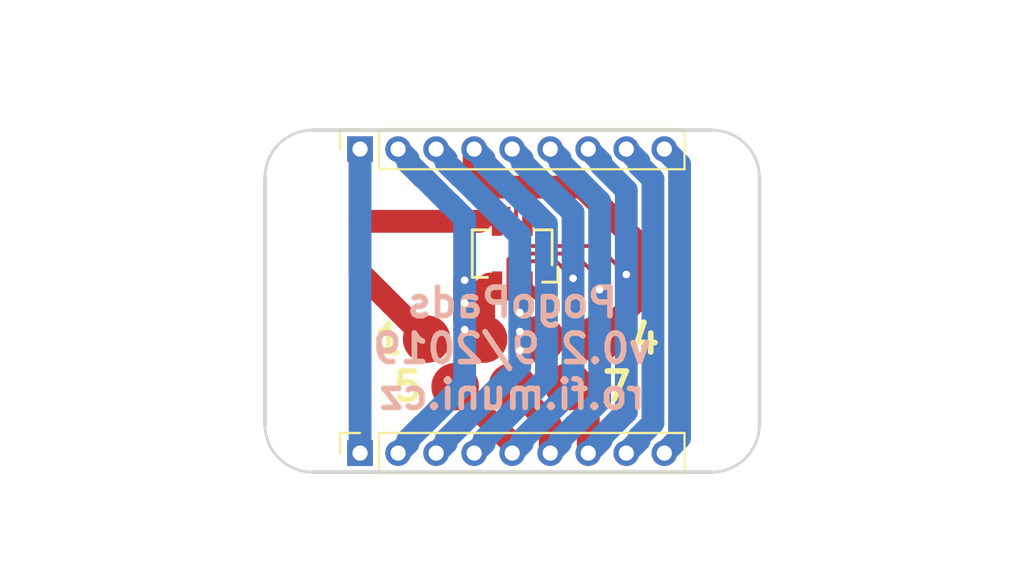
<source format=kicad_pcb>
(kicad_pcb (version 20171130) (host pcbnew 5.1.9-73d0e3b20d~88~ubuntu20.04.1)

  (general
    (thickness 1.6)
    (drawings 21)
    (tracks 157)
    (zones 0)
    (modules 6)
    (nets 11)
  )

  (page A4)
  (layers
    (0 F.Cu signal)
    (31 B.Cu signal)
    (32 B.Adhes user)
    (33 F.Adhes user)
    (34 B.Paste user)
    (35 F.Paste user)
    (36 B.SilkS user)
    (37 F.SilkS user)
    (38 B.Mask user)
    (39 F.Mask user)
    (40 Dwgs.User user)
    (41 Cmts.User user)
    (42 Eco1.User user)
    (43 Eco2.User user)
    (44 Edge.Cuts user)
    (45 Margin user)
    (46 B.CrtYd user)
    (47 F.CrtYd user)
    (48 B.Fab user)
    (49 F.Fab user)
  )

  (setup
    (last_trace_width 0.25)
    (user_trace_width 0.2)
    (user_trace_width 0.5)
    (user_trace_width 1)
    (user_trace_width 1.2)
    (trace_clearance 0.2)
    (zone_clearance 0.508)
    (zone_45_only no)
    (trace_min 0.2)
    (via_size 0.8)
    (via_drill 0.4)
    (via_min_size 0.4)
    (via_min_drill 0.3)
    (user_via 0.6 0.3)
    (user_via 0.8 0.5)
    (uvia_size 0.3)
    (uvia_drill 0.1)
    (uvias_allowed no)
    (uvia_min_size 0.2)
    (uvia_min_drill 0.1)
    (edge_width 0.15)
    (segment_width 0.2)
    (pcb_text_width 0.3)
    (pcb_text_size 1.5 1.5)
    (mod_edge_width 0.15)
    (mod_text_size 1 1)
    (mod_text_width 0.15)
    (pad_size 1.524 1.524)
    (pad_drill 0.762)
    (pad_to_mask_clearance 0.051)
    (solder_mask_min_width 0.25)
    (aux_axis_origin 0 0)
    (visible_elements FFFFFF7F)
    (pcbplotparams
      (layerselection 0x010fc_ffffffff)
      (usegerberextensions false)
      (usegerberattributes false)
      (usegerberadvancedattributes false)
      (creategerberjobfile false)
      (excludeedgelayer true)
      (linewidth 0.100000)
      (plotframeref false)
      (viasonmask false)
      (mode 1)
      (useauxorigin false)
      (hpglpennumber 1)
      (hpglpenspeed 20)
      (hpglpendiameter 15.000000)
      (psnegative false)
      (psa4output false)
      (plotreference true)
      (plotvalue true)
      (plotinvisibletext false)
      (padsonsilk false)
      (subtractmaskfromsilk false)
      (outputformat 1)
      (mirror false)
      (drillshape 1)
      (scaleselection 1)
      (outputdirectory ""))
  )

  (net 0 "")
  (net 1 1)
  (net 2 2)
  (net 3 3)
  (net 4 4)
  (net 5 5)
  (net 6 6)
  (net 7 7)
  (net 8 8)
  (net 9 9)
  (net 10 "Net-(J4-Pad6)")

  (net_class Default "This is the default net class."
    (clearance 0.2)
    (trace_width 0.25)
    (via_dia 0.8)
    (via_drill 0.4)
    (uvia_dia 0.3)
    (uvia_drill 0.1)
    (add_net 1)
    (add_net 2)
    (add_net 3)
    (add_net 4)
    (add_net 5)
    (add_net 6)
    (add_net 7)
    (add_net 8)
    (add_net 9)
    (add_net "Net-(J4-Pad6)")
  )

  (module rofi:molex-505004-0812 (layer F.Cu) (tedit 5FEB03D2) (tstamp 5D6FC0A4)
    (at 118.5 65.5 180)
    (path /5D6FDCDA)
    (fp_text reference J4 (at 0 3.3 180) (layer F.SilkS) hide
      (effects (font (size 1 1) (thickness 0.15)))
    )
    (fp_text value Molex (at 0 -3.2 180) (layer F.Fab)
      (effects (font (size 1 1) (thickness 0.15)))
    )
    (fp_line (start -2.1 1.25) (end -1.2 1.25) (layer F.SilkS) (width 0.15))
    (fp_line (start -2.1 -1.25) (end 2.1 -1.25) (layer F.Fab) (width 0.12))
    (fp_line (start 2.1 -1.25) (end 2.1 1.25) (layer F.Fab) (width 0.12))
    (fp_line (start 2.1 1.25) (end -2.1 1.25) (layer F.Fab) (width 0.12))
    (fp_line (start -2.1 1.25) (end -2.1 -1.25) (layer F.Fab) (width 0.12))
    (fp_poly (pts (xy -1.2 -0.9) (xy 1.2 -0.9) (xy 1.2 0.9) (xy -1.2 0.9)) (layer Dwgs.User) (width 0.1))
    (fp_line (start -1.6 -1.5) (end -2.4 -1.5) (layer F.SilkS) (width 0.15))
    (fp_line (start -2.4 -1.5) (end -2.4 -0.7) (layer F.SilkS) (width 0.15))
    (fp_line (start -2.1 -0.6) (end -2.1 1.25) (layer F.SilkS) (width 0.15))
    (fp_line (start 1.2 1.25) (end 2.1 1.25) (layer F.SilkS) (width 0.15))
    (fp_line (start 2.1 1.25) (end 2.1 -1.25) (layer F.SilkS) (width 0.15))
    (fp_line (start 2.1 -1.25) (end 1.3 -1.25) (layer F.SilkS) (width 0.15))
    (pad 8 smd rect (at 0.8 1.7 180) (size 0.55 1.524) (layers F.Cu F.Paste F.Mask)
      (net 1 1))
    (pad 6 smd rect (at 0.2 1.7 180) (size 0.2 1.524) (layers F.Cu F.Paste F.Mask)
      (net 10 "Net-(J4-Pad6)"))
    (pad 4 smd rect (at -0.2 1.7 180) (size 0.2 1.524) (layers F.Cu F.Paste F.Mask)
      (net 7 7))
    (pad 2 smd rect (at -0.8 1.7 180) (size 0.55 1.524) (layers F.Cu F.Paste F.Mask)
      (net 4 4))
    (pad 5 smd rect (at 0.2 -1.7 180) (size 0.2 1.524) (layers F.Cu F.Paste F.Mask)
      (net 6 6))
    (pad 7 smd rect (at 0.8 -1.7 180) (size 0.55 1.524) (layers F.Cu F.Paste F.Mask)
      (net 2 2))
    (pad 1 smd rect (at -0.8 -1.7 180) (size 0.55 1.524) (layers F.Cu F.Paste F.Mask)
      (net 3 3))
    (pad 3 smd rect (at -0.2 -1.7 180) (size 0.2 1.524) (layers F.Cu F.Paste F.Mask)
      (net 5 5))
  )

  (module Connector_PinSocket_2.00mm:PinSocket_1x09_P2.00mm_Vertical (layer F.Cu) (tedit 5C8A47CA) (tstamp 5C9AEE22)
    (at 110.5 60 90)
    (descr "Through hole straight socket strip, 1x09, 2.00mm pitch, single row (from Kicad 4.0.7), script generated")
    (tags "Through hole socket strip THT 1x09 2.00mm single row")
    (path /5C8A47A6)
    (fp_text reference J2 (at 0 -2.5 90) (layer F.SilkS) hide
      (effects (font (size 1 1) (thickness 0.15)))
    )
    (fp_text value OUT (at 0 18.5 90) (layer F.Fab)
      (effects (font (size 1 1) (thickness 0.15)))
    )
    (fp_line (start -1 -1) (end 0.5 -1) (layer F.Fab) (width 0.1))
    (fp_line (start 0.5 -1) (end 1 -0.5) (layer F.Fab) (width 0.1))
    (fp_line (start 1 -0.5) (end 1 17) (layer F.Fab) (width 0.1))
    (fp_line (start 1 17) (end -1 17) (layer F.Fab) (width 0.1))
    (fp_line (start -1 17) (end -1 -1) (layer F.Fab) (width 0.1))
    (fp_line (start -1.06 1) (end 1.06 1) (layer F.SilkS) (width 0.12))
    (fp_line (start -1.06 1) (end -1.06 17.06) (layer F.SilkS) (width 0.12))
    (fp_line (start -1.06 17.06) (end 1.06 17.06) (layer F.SilkS) (width 0.12))
    (fp_line (start 1.06 1) (end 1.06 17.06) (layer F.SilkS) (width 0.12))
    (fp_line (start 1.06 -1.06) (end 1.06 0) (layer F.SilkS) (width 0.12))
    (fp_line (start 0 -1.06) (end 1.06 -1.06) (layer F.SilkS) (width 0.12))
    (fp_line (start -1.5 -1.5) (end 1.5 -1.5) (layer F.CrtYd) (width 0.05))
    (fp_line (start 1.5 -1.5) (end 1.5 17.5) (layer F.CrtYd) (width 0.05))
    (fp_line (start 1.5 17.5) (end -1.5 17.5) (layer F.CrtYd) (width 0.05))
    (fp_line (start -1.5 17.5) (end -1.5 -1.5) (layer F.CrtYd) (width 0.05))
    (fp_text user %R (at 0 8 180) (layer F.Fab)
      (effects (font (size 1 1) (thickness 0.15)))
    )
    (pad 9 thru_hole oval (at 0 16 90) (size 1.35 1.35) (drill 0.8) (layers *.Cu *.Mask)
      (net 9 9))
    (pad 8 thru_hole oval (at 0 14 90) (size 1.35 1.35) (drill 0.8) (layers *.Cu *.Mask)
      (net 8 8))
    (pad 7 thru_hole oval (at 0 12 90) (size 1.35 1.35) (drill 0.8) (layers *.Cu *.Mask)
      (net 7 7))
    (pad 6 thru_hole oval (at 0 10 90) (size 1.35 1.35) (drill 0.8) (layers *.Cu *.Mask)
      (net 6 6))
    (pad 5 thru_hole oval (at 0 8 90) (size 1.35 1.35) (drill 0.8) (layers *.Cu *.Mask)
      (net 5 5))
    (pad 4 thru_hole oval (at 0 6 90) (size 1.35 1.35) (drill 0.8) (layers *.Cu *.Mask)
      (net 4 4))
    (pad 3 thru_hole oval (at 0 4 90) (size 1.35 1.35) (drill 0.8) (layers *.Cu *.Mask)
      (net 3 3))
    (pad 2 thru_hole oval (at 0 2 90) (size 1.35 1.35) (drill 0.8) (layers *.Cu *.Mask)
      (net 2 2))
    (pad 1 thru_hole rect (at 0 0 90) (size 1.35 1.35) (drill 0.8) (layers *.Cu *.Mask)
      (net 1 1))
    (model ${KISYS3DMOD}/Connector_PinSocket_2.00mm.3dshapes/PinSocket_1x09_P2.00mm_Vertical.wrl
      (at (xyz 0 0 0))
      (scale (xyz 1 1 1))
      (rotate (xyz 0 0 0))
    )
  )

  (module Connector_PinSocket_2.00mm:PinSocket_1x09_P2.00mm_Vertical (layer F.Cu) (tedit 5C8A47CE) (tstamp 5C9AEE06)
    (at 110.5 76 90)
    (descr "Through hole straight socket strip, 1x09, 2.00mm pitch, single row (from Kicad 4.0.7), script generated")
    (tags "Through hole socket strip THT 1x09 2.00mm single row")
    (path /5C8A482C)
    (fp_text reference J1 (at 0 -2.5 90) (layer F.SilkS) hide
      (effects (font (size 1 1) (thickness 0.15)))
    )
    (fp_text value IN (at 0 18.5 90) (layer F.Fab)
      (effects (font (size 1 1) (thickness 0.15)))
    )
    (fp_line (start -1.5 17.5) (end -1.5 -1.5) (layer F.CrtYd) (width 0.05))
    (fp_line (start 1.5 17.5) (end -1.5 17.5) (layer F.CrtYd) (width 0.05))
    (fp_line (start 1.5 -1.5) (end 1.5 17.5) (layer F.CrtYd) (width 0.05))
    (fp_line (start -1.5 -1.5) (end 1.5 -1.5) (layer F.CrtYd) (width 0.05))
    (fp_line (start 0 -1.06) (end 1.06 -1.06) (layer F.SilkS) (width 0.12))
    (fp_line (start 1.06 -1.06) (end 1.06 0) (layer F.SilkS) (width 0.12))
    (fp_line (start 1.06 1) (end 1.06 17.06) (layer F.SilkS) (width 0.12))
    (fp_line (start -1.06 17.06) (end 1.06 17.06) (layer F.SilkS) (width 0.12))
    (fp_line (start -1.06 1) (end -1.06 17.06) (layer F.SilkS) (width 0.12))
    (fp_line (start -1.06 1) (end 1.06 1) (layer F.SilkS) (width 0.12))
    (fp_line (start -1 17) (end -1 -1) (layer F.Fab) (width 0.1))
    (fp_line (start 1 17) (end -1 17) (layer F.Fab) (width 0.1))
    (fp_line (start 1 -0.5) (end 1 17) (layer F.Fab) (width 0.1))
    (fp_line (start 0.5 -1) (end 1 -0.5) (layer F.Fab) (width 0.1))
    (fp_line (start -1 -1) (end 0.5 -1) (layer F.Fab) (width 0.1))
    (fp_text user %R (at 0 8 180) (layer F.Fab)
      (effects (font (size 1 1) (thickness 0.15)))
    )
    (pad 1 thru_hole rect (at 0 0 90) (size 1.35 1.35) (drill 0.8) (layers *.Cu *.Mask)
      (net 1 1))
    (pad 2 thru_hole oval (at 0 2 90) (size 1.35 1.35) (drill 0.8) (layers *.Cu *.Mask)
      (net 2 2))
    (pad 3 thru_hole oval (at 0 4 90) (size 1.35 1.35) (drill 0.8) (layers *.Cu *.Mask)
      (net 3 3))
    (pad 4 thru_hole oval (at 0 6 90) (size 1.35 1.35) (drill 0.8) (layers *.Cu *.Mask)
      (net 4 4))
    (pad 5 thru_hole oval (at 0 8 90) (size 1.35 1.35) (drill 0.8) (layers *.Cu *.Mask)
      (net 5 5))
    (pad 6 thru_hole oval (at 0 10 90) (size 1.35 1.35) (drill 0.8) (layers *.Cu *.Mask)
      (net 6 6))
    (pad 7 thru_hole oval (at 0 12 90) (size 1.35 1.35) (drill 0.8) (layers *.Cu *.Mask)
      (net 7 7))
    (pad 8 thru_hole oval (at 0 14 90) (size 1.35 1.35) (drill 0.8) (layers *.Cu *.Mask)
      (net 8 8))
    (pad 9 thru_hole oval (at 0 16 90) (size 1.35 1.35) (drill 0.8) (layers *.Cu *.Mask)
      (net 9 9))
    (model ${KISYS3DMOD}/Connector_PinSocket_2.00mm.3dshapes/PinSocket_1x09_P2.00mm_Vertical.wrl
      (at (xyz 0 0 0))
      (scale (xyz 1 1 1))
      (rotate (xyz 0 0 0))
    )
  )

  (module MountingHole:MountingHole_2mm (layer F.Cu) (tedit 5C8A4532) (tstamp 5C9A4BBE)
    (at 107.8 67.9)
    (descr "Mounting Hole 2mm, no annular")
    (tags "mounting hole 2mm no annular")
    (path /5C8A456A)
    (attr virtual)
    (fp_text reference H2 (at 0 -3.2) (layer F.SilkS) hide
      (effects (font (size 1 1) (thickness 0.15)))
    )
    (fp_text value MountingHole (at 0 3.1) (layer F.Fab)
      (effects (font (size 1 1) (thickness 0.15)))
    )
    (fp_circle (center 0 0) (end 2 0) (layer Cmts.User) (width 0.15))
    (fp_circle (center 0 0) (end 2.25 0) (layer F.CrtYd) (width 0.05))
    (fp_text user %R (at 0.3 0) (layer F.Fab)
      (effects (font (size 1 1) (thickness 0.15)))
    )
    (pad "" np_thru_hole circle (at 0 0) (size 2 2) (drill 2) (layers *.Cu *.Mask))
  )

  (module MountingHole:MountingHole_2mm (layer F.Cu) (tedit 5C8A4536) (tstamp 5C9A4BB6)
    (at 129.2 68)
    (descr "Mounting Hole 2mm, no annular")
    (tags "mounting hole 2mm no annular")
    (path /5C8A451E)
    (attr virtual)
    (fp_text reference H1 (at 0 -3.2) (layer F.SilkS) hide
      (effects (font (size 1 1) (thickness 0.15)))
    )
    (fp_text value MountingHole (at 0 3.1) (layer F.Fab)
      (effects (font (size 1 1) (thickness 0.15)))
    )
    (fp_circle (center 0 0) (end 2.25 0) (layer F.CrtYd) (width 0.05))
    (fp_circle (center 0 0) (end 2 0) (layer Cmts.User) (width 0.15))
    (fp_text user %R (at 0.3 0) (layer F.Fab)
      (effects (font (size 1 1) (thickness 0.15)))
    )
    (pad "" np_thru_hole circle (at 0 0) (size 2 2) (drill 2) (layers *.Cu *.Mask))
  )

  (module rofi:pogo_pads_4_3 (layer F.Cu) (tedit 5C8A424D) (tstamp 5C999B9D)
    (at 118.5 70)
    (path /5C8A40F9)
    (fp_text reference J3 (at 0 4.5) (layer F.SilkS) hide
      (effects (font (size 1 1) (thickness 0.15)))
    )
    (fp_text value POGO (at 0 -2.25) (layer F.Fab)
      (effects (font (size 1 1) (thickness 0.15)))
    )
    (pad 1 smd circle (at -4.5 0) (size 2.5 2.5) (layers F.Cu F.Paste F.Mask)
      (net 1 1))
    (pad 2 smd circle (at -1.5 0) (size 2.5 2.5) (layers F.Cu F.Paste F.Mask)
      (net 2 2))
    (pad 3 smd circle (at 1.5 0) (size 2.5 2.5) (layers F.Cu F.Paste F.Mask)
      (net 3 3))
    (pad 4 smd circle (at 4.5 0) (size 2.5 2.5) (layers F.Cu F.Paste F.Mask)
      (net 4 4))
    (pad 5 smd circle (at -3 2.5) (size 2.5 2.5) (layers F.Cu F.Paste F.Mask)
      (net 5 5))
    (pad 6 smd circle (at 0 2.5) (size 2.5 2.5) (layers F.Cu F.Paste F.Mask)
      (net 6 6))
    (pad 7 smd circle (at 3 2.5) (size 2.5 2.5) (layers F.Cu F.Paste F.Mask)
      (net 7 7))
  )

  (gr_text TabPosition (at 141 71) (layer Eco1.User) (tstamp 5EB19712)
    (effects (font (size 1 1) (thickness 0.15)))
  )
  (gr_text TabPosition (at 96 64) (layer Eco1.User) (tstamp 5EB1970B)
    (effects (font (size 1 1) (thickness 0.15)))
  )
  (gr_line (start 103 64) (end 107 64) (layer Eco1.User) (width 0.15) (tstamp 5EB196FD))
  (gr_line (start 134 71) (end 130 71) (layer Eco1.User) (width 0.15))
  (gr_text TabPosition (at 125 82) (layer Eco2.User) (tstamp 5EB196DD)
    (effects (font (size 1 1) (thickness 0.15)))
  )
  (gr_text TabPosition (at 112 53) (layer Eco2.User)
    (effects (font (size 1 1) (thickness 0.15)))
  )
  (gr_line (start 125 79) (end 125 76) (layer Eco2.User) (width 0.15) (tstamp 5EB196BA))
  (gr_line (start 112 57) (end 112 60) (layer Eco2.User) (width 0.15))
  (gr_text "PogoPads\nv0.2 9/2019\nro.fi.muni.cz" (at 118.5 70.5) (layer B.SilkS)
    (effects (font (size 1.5 1.5) (thickness 0.3)) (justify mirror))
  )
  (gr_text 7 (at 124 72.5) (layer F.SilkS)
    (effects (font (size 1.5 1.5) (thickness 0.3)))
  )
  (gr_text 5 (at 113 72.5) (layer F.SilkS)
    (effects (font (size 1.5 1.5) (thickness 0.3)))
  )
  (gr_text 4 (at 125.5 70) (layer F.SilkS)
    (effects (font (size 1.5 1.5) (thickness 0.3)))
  )
  (gr_text 1 (at 112 70) (layer F.SilkS)
    (effects (font (size 1.5 1.5) (thickness 0.3)))
  )
  (gr_line (start 108 59) (end 129 59) (layer Edge.Cuts) (width 0.2) (tstamp 5C9B08FC))
  (gr_arc (start 129 74.5) (end 129 77) (angle -90) (layer Edge.Cuts) (width 0.15))
  (gr_arc (start 108 74.5) (end 105.5 74.5) (angle -90) (layer Edge.Cuts) (width 0.15))
  (gr_arc (start 108 61.5) (end 108 59) (angle -90) (layer Edge.Cuts) (width 0.15))
  (gr_arc (start 129 61.5) (end 131.5 61.5) (angle -90) (layer Edge.Cuts) (width 0.15))
  (gr_line (start 131.5 74.5) (end 131.5 61.5) (layer Edge.Cuts) (width 0.2))
  (gr_line (start 108 77) (end 129 77) (layer Edge.Cuts) (width 0.2))
  (gr_line (start 105.5 61.5) (end 105.5 74.5) (layer Edge.Cuts) (width 0.2))

  (segment (start 110.5 60) (end 110.5 76) (width 1.2) (layer B.Cu) (net 1))
  (segment (start 110.5 66.5) (end 114 70) (width 1.2) (layer F.Cu) (net 1))
  (segment (start 110.5 63.575) (end 110.5 66.5) (width 1.2) (layer F.Cu) (net 1))
  (segment (start 116.8 63.8) (end 110.725 63.8) (width 1.2) (layer F.Cu) (net 1))
  (segment (start 116.8 63.8) (end 117.7 63.8) (width 0.5) (layer F.Cu) (net 1))
  (segment (start 110.725 63.8) (end 110.5 63.575) (width 1.2) (layer F.Cu) (net 1))
  (segment (start 110.5 63.575) (end 110.5 60.8) (width 1.2) (layer F.Cu) (net 1))
  (segment (start 117 69.454594) (end 117 70) (width 1.5) (layer F.Cu) (net 2))
  (segment (start 117 69.743998) (end 117 70) (width 1.5) (layer F.Cu) (net 2))
  (segment (start 117 67.9) (end 117.7 67.2) (width 0.5) (layer F.Cu) (net 2))
  (via (at 116.000002 68.1) (size 0.8) (drill 0.4) (layers F.Cu B.Cu) (net 2))
  (via (at 116 66.9) (size 0.8) (drill 0.4) (layers F.Cu B.Cu) (net 2))
  (segment (start 116.000002 68.1) (end 116.000002 66.900002) (width 1.2) (layer F.Cu) (net 2))
  (segment (start 116.000002 66.900002) (end 116 66.9) (width 1.2) (layer F.Cu) (net 2))
  (segment (start 116.000002 68.1) (end 116.000002 69.000002) (width 1.2) (layer F.Cu) (net 2))
  (segment (start 115.232184 62.875011) (end 116 63.642827) (width 1.2) (layer B.Cu) (net 2))
  (segment (start 116 63.642827) (end 116 69.5) (width 1.2) (layer B.Cu) (net 2))
  (segment (start 115.212096 62.875011) (end 115.232184 62.875011) (width 1.2) (layer B.Cu) (net 2))
  (segment (start 113.791999 74.524999) (end 113.024999 75.291999) (width 1.2) (layer B.Cu) (net 2))
  (segment (start 113.791999 61.475001) (end 113.812086 61.475001) (width 1.2) (layer B.Cu) (net 2))
  (segment (start 116.5 70) (end 116 69.5) (width 1.2) (layer F.Cu) (net 2))
  (segment (start 113.024999 60.708001) (end 113.791999 61.475001) (width 1.2) (layer B.Cu) (net 2))
  (segment (start 117 70) (end 116.5 70) (width 1.2) (layer F.Cu) (net 2))
  (segment (start 113.812086 61.475001) (end 115.212096 62.875011) (width 1.2) (layer B.Cu) (net 2))
  (segment (start 112.5 60) (end 113.024999 60.524999) (width 1.2) (layer B.Cu) (net 2))
  (segment (start 113.024999 75.475001) (end 112.5 76) (width 1.2) (layer B.Cu) (net 2))
  (segment (start 113.812087 74.524999) (end 113.791999 74.524999) (width 1.2) (layer B.Cu) (net 2))
  (segment (start 116.000002 69.000002) (end 117 70) (width 1.2) (layer F.Cu) (net 2))
  (via (at 116 69.5) (size 0.8) (drill 0.4) (layers F.Cu B.Cu) (net 2))
  (segment (start 113.024999 60.524999) (end 113.024999 60.708001) (width 1.2) (layer B.Cu) (net 2))
  (segment (start 113.024999 75.291999) (end 113.024999 75.475001) (width 1.2) (layer B.Cu) (net 2))
  (segment (start 116 72.337086) (end 113.812087 74.524999) (width 1.2) (layer B.Cu) (net 2))
  (segment (start 116 69.5) (end 116 72.337086) (width 1.2) (layer B.Cu) (net 2))
  (segment (start 116.000002 69.000002) (end 116.000002 66.900002) (width 1.2) (layer F.Cu) (net 2))
  (segment (start 117.3 67.1) (end 117 67.4) (width 1.2) (layer F.Cu) (net 2))
  (segment (start 117 67.4) (end 117 70) (width 1.2) (layer F.Cu) (net 2))
  (segment (start 120 70) (end 120 69.743998) (width 1.5) (layer F.Cu) (net 3))
  (segment (start 120 67.9) (end 119.3 67.2) (width 0.5) (layer F.Cu) (net 3))
  (segment (start 120 70) (end 120 67.9) (width 0.5) (layer F.Cu) (net 3))
  (segment (start 115.024999 60.708001) (end 115.024999 60.524999) (width 1.2) (layer B.Cu) (net 3))
  (segment (start 115.024999 75.475001) (end 115.024999 75.291999) (width 1.2) (layer B.Cu) (net 3))
  (segment (start 115.791999 61.475001) (end 115.024999 60.708001) (width 1.2) (layer B.Cu) (net 3))
  (segment (start 118.89994 64.522679) (end 118.652282 64.275021) (width 1.2) (layer B.Cu) (net 3))
  (segment (start 117.232184 62.875011) (end 117.212096 62.875011) (width 1.2) (layer B.Cu) (net 3))
  (segment (start 114.5 76) (end 115.024999 75.475001) (width 1.2) (layer B.Cu) (net 3))
  (segment (start 115.024999 75.291999) (end 118.89994 71.417058) (width 1.2) (layer B.Cu) (net 3))
  (segment (start 115.024999 60.524999) (end 114.5 60) (width 1.2) (layer B.Cu) (net 3))
  (segment (start 118.652282 64.275021) (end 118.632193 64.275021) (width 1.2) (layer B.Cu) (net 3))
  (segment (start 118.632193 64.275021) (end 117.232184 62.875011) (width 1.2) (layer B.Cu) (net 3))
  (segment (start 117.212096 62.875011) (end 115.812086 61.475001) (width 1.2) (layer B.Cu) (net 3))
  (segment (start 115.812086 61.475001) (end 115.791999 61.475001) (width 1.2) (layer B.Cu) (net 3))
  (via (at 118.89994 68.59994) (size 0.8) (drill 0.4) (layers F.Cu B.Cu) (net 3))
  (segment (start 120 69.7) (end 118.89994 68.59994) (width 0.5) (layer F.Cu) (net 3))
  (segment (start 120 70) (end 120 69.7) (width 0.5) (layer F.Cu) (net 3))
  (segment (start 118.89994 68.59994) (end 118.89994 64.522679) (width 1.2) (layer B.Cu) (net 3))
  (via (at 118.89994 69.59994) (size 0.8) (drill 0.4) (layers F.Cu B.Cu) (net 3))
  (segment (start 119.3 70) (end 118.89994 69.59994) (width 0.5) (layer F.Cu) (net 3))
  (segment (start 120 70) (end 119.3 70) (width 0.5) (layer F.Cu) (net 3))
  (segment (start 118.89994 71.417058) (end 118.89994 69.59994) (width 1.2) (layer B.Cu) (net 3))
  (segment (start 118.89994 69.59994) (end 118.89994 68.59994) (width 1.2) (layer B.Cu) (net 3))
  (segment (start 120 70) (end 119.5 70) (width 0.5) (layer F.Cu) (net 3))
  (segment (start 119.5 70) (end 118.9 70.6) (width 0.5) (layer F.Cu) (net 3))
  (via (at 118.9 70.6) (size 0.8) (drill 0.4) (layers F.Cu B.Cu) (net 3))
  (segment (start 119.3 63.8) (end 119.3 62) (width 0.5) (layer F.Cu) (net 4))
  (segment (start 117.791999 74.524999) (end 117.024999 75.291999) (width 1.2) (layer B.Cu) (net 4))
  (segment (start 119.212096 73.124989) (end 117.812086 74.524999) (width 1.2) (layer B.Cu) (net 4))
  (segment (start 120.29995 63.942777) (end 120.29995 72.057222) (width 1.2) (layer B.Cu) (net 4))
  (segment (start 119.232184 62.875011) (end 120.29995 63.942777) (width 1.2) (layer B.Cu) (net 4))
  (segment (start 119.212096 62.875011) (end 119.232184 62.875011) (width 1.2) (layer B.Cu) (net 4))
  (segment (start 117.024999 75.291999) (end 117.024999 75.475001) (width 1.2) (layer B.Cu) (net 4))
  (segment (start 117.812086 61.475001) (end 119.212096 62.875011) (width 1.2) (layer B.Cu) (net 4))
  (segment (start 117.791999 61.475001) (end 117.812086 61.475001) (width 1.2) (layer B.Cu) (net 4))
  (segment (start 117.024999 60.524999) (end 117.024999 60.708001) (width 1.2) (layer B.Cu) (net 4))
  (segment (start 116.5 60) (end 117.024999 60.524999) (width 1.2) (layer B.Cu) (net 4))
  (segment (start 117.812086 74.524999) (end 117.791999 74.524999) (width 1.2) (layer B.Cu) (net 4))
  (segment (start 117.024999 60.708001) (end 117.791999 61.475001) (width 1.2) (layer B.Cu) (net 4))
  (segment (start 119.232183 73.124989) (end 119.212096 73.124989) (width 1.2) (layer B.Cu) (net 4))
  (segment (start 120.29995 72.057222) (end 119.232183 73.124989) (width 1.2) (layer B.Cu) (net 4))
  (segment (start 117.024999 75.475001) (end 116.5 76) (width 1.2) (layer B.Cu) (net 4))
  (segment (start 116.5 61) (end 117.5 62) (width 1.2) (layer F.Cu) (net 4))
  (segment (start 117.5 62) (end 119.3 62) (width 1.2) (layer F.Cu) (net 4))
  (segment (start 116.5 60) (end 116.5 61) (width 1.2) (layer F.Cu) (net 4))
  (segment (start 125.5 67.5) (end 123 70) (width 1.2) (layer F.Cu) (net 4))
  (segment (start 125.5 65.323998) (end 125.5 67.5) (width 1.2) (layer F.Cu) (net 4))
  (segment (start 122.176002 62) (end 125.5 65.323998) (width 1.2) (layer F.Cu) (net 4))
  (segment (start 119.3 62) (end 122.176002 62) (width 1.2) (layer F.Cu) (net 4))
  (segment (start 115.5 72.5) (end 118.5 75.5) (width 1.2) (layer F.Cu) (net 5))
  (via (at 121.7 66.8) (size 0.8) (drill 0.4) (layers F.Cu B.Cu) (net 5))
  (segment (start 120.8 65.9) (end 121.7 66.8) (width 0.2) (layer F.Cu) (net 5))
  (segment (start 119.022998 65.9) (end 120.8 65.9) (width 0.2) (layer F.Cu) (net 5))
  (segment (start 118.7 67.2) (end 118.7 66.222998) (width 0.2) (layer F.Cu) (net 5))
  (segment (start 118.7 66.222998) (end 119.022998 65.9) (width 0.2) (layer F.Cu) (net 5))
  (segment (start 119.791999 61.475001) (end 119.812086 61.475001) (width 1.2) (layer B.Cu) (net 5))
  (segment (start 121.212096 73.124989) (end 119.812086 74.524999) (width 1.2) (layer B.Cu) (net 5))
  (segment (start 121.232184 73.124989) (end 121.212096 73.124989) (width 1.2) (layer B.Cu) (net 5))
  (segment (start 121.69996 72.657213) (end 121.232184 73.124989) (width 1.2) (layer B.Cu) (net 5))
  (segment (start 119.812086 74.524999) (end 119.791999 74.524999) (width 1.2) (layer B.Cu) (net 5))
  (segment (start 121.69996 63.342787) (end 121.69996 72.657213) (width 1.2) (layer B.Cu) (net 5))
  (segment (start 121.212096 62.875011) (end 121.232184 62.875011) (width 1.2) (layer B.Cu) (net 5))
  (segment (start 118.5 60) (end 119.024999 60.524999) (width 1.2) (layer B.Cu) (net 5))
  (segment (start 119.024999 75.475001) (end 118.5 76) (width 1.2) (layer B.Cu) (net 5))
  (segment (start 119.024999 60.524999) (end 119.024999 60.708001) (width 1.2) (layer B.Cu) (net 5))
  (segment (start 119.024999 60.708001) (end 119.791999 61.475001) (width 1.2) (layer B.Cu) (net 5))
  (segment (start 121.232184 62.875011) (end 121.69996 63.342787) (width 1.2) (layer B.Cu) (net 5))
  (segment (start 119.024999 75.291999) (end 119.024999 75.475001) (width 1.2) (layer B.Cu) (net 5))
  (segment (start 119.791999 74.524999) (end 119.024999 75.291999) (width 1.2) (layer B.Cu) (net 5))
  (segment (start 119.812086 61.475001) (end 121.212096 62.875011) (width 1.2) (layer B.Cu) (net 5))
  (segment (start 118.5 72.5) (end 118.5 72.756002) (width 1.5) (layer F.Cu) (net 6))
  (segment (start 121.024999 75.291999) (end 121.024999 75.475001) (width 1.2) (layer B.Cu) (net 6))
  (segment (start 118.3 67.2) (end 118.3 65.8) (width 0.2) (layer F.Cu) (net 6))
  (segment (start 118.6 65.5) (end 121.765685 65.5) (width 0.2) (layer F.Cu) (net 6))
  (segment (start 121.024999 60.524999) (end 121.024999 60.708001) (width 1.2) (layer B.Cu) (net 6))
  (segment (start 121.812086 74.524999) (end 121.791999 74.524999) (width 1.2) (layer B.Cu) (net 6))
  (segment (start 123.09997 62.762885) (end 123.09997 67.39997) (width 1.2) (layer B.Cu) (net 6))
  (segment (start 121.024999 60.708001) (end 121.791999 61.475001) (width 1.2) (layer B.Cu) (net 6))
  (segment (start 121.812086 61.475001) (end 123.09997 62.762885) (width 1.2) (layer B.Cu) (net 6))
  (segment (start 123.09997 66.834285) (end 123.09997 67.39997) (width 0.2) (layer F.Cu) (net 6))
  (segment (start 121.024999 75.475001) (end 120.5 76) (width 1.2) (layer B.Cu) (net 6))
  (segment (start 121.791999 61.475001) (end 121.812086 61.475001) (width 1.2) (layer B.Cu) (net 6))
  (segment (start 120.5 60) (end 121.024999 60.524999) (width 1.2) (layer B.Cu) (net 6))
  (segment (start 121.765685 65.5) (end 123.09997 66.834285) (width 0.2) (layer F.Cu) (net 6))
  (segment (start 121.791999 74.524999) (end 121.024999 75.291999) (width 1.2) (layer B.Cu) (net 6))
  (segment (start 123.09997 67.39997) (end 123.09997 73.237115) (width 1.2) (layer B.Cu) (net 6))
  (segment (start 118.3 65.8) (end 118.6 65.5) (width 0.2) (layer F.Cu) (net 6))
  (via (at 123.09997 67.39997) (size 0.8) (drill 0.4) (layers F.Cu B.Cu) (net 6))
  (segment (start 123.09997 73.237115) (end 121.812086 74.524999) (width 1.2) (layer B.Cu) (net 6))
  (segment (start 120.5 74.5) (end 120.5 76) (width 1.2) (layer F.Cu) (net 6))
  (segment (start 118.5 72.5) (end 120.5 74.5) (width 1.2) (layer F.Cu) (net 6))
  (segment (start 124.49998 67.165631) (end 124.49998 66.599946) (width 1.2) (layer B.Cu) (net 7))
  (segment (start 123.174999 60.837913) (end 124.49998 62.162894) (width 1.2) (layer B.Cu) (net 7))
  (via (at 124.49998 66.599946) (size 0.8) (drill 0.4) (layers F.Cu B.Cu) (net 7))
  (segment (start 123.174999 75.325001) (end 123.174999 75.162086) (width 1.2) (layer B.Cu) (net 7))
  (segment (start 122.5 60) (end 123.174999 60.674999) (width 1.2) (layer B.Cu) (net 7))
  (segment (start 123.174999 75.162086) (end 124.49998 73.837105) (width 1.2) (layer B.Cu) (net 7))
  (segment (start 123.000034 65.1) (end 124.099981 66.199947) (width 0.2) (layer F.Cu) (net 7))
  (segment (start 122.5 76) (end 123.174999 75.325001) (width 1.2) (layer B.Cu) (net 7))
  (segment (start 124.099981 66.199947) (end 124.49998 66.599946) (width 0.2) (layer F.Cu) (net 7))
  (segment (start 118.7 64.762) (end 119.038 65.1) (width 0.2) (layer F.Cu) (net 7))
  (segment (start 119.038 65.1) (end 123.000034 65.1) (width 0.2) (layer F.Cu) (net 7))
  (segment (start 124.49998 73.837105) (end 124.49998 67.165631) (width 1.2) (layer B.Cu) (net 7))
  (segment (start 123.174999 60.674999) (end 123.174999 60.837913) (width 1.2) (layer B.Cu) (net 7))
  (segment (start 124.49998 66.034261) (end 124.49998 66.599946) (width 1.2) (layer B.Cu) (net 7))
  (segment (start 118.7 63.8) (end 118.7 64.762) (width 0.2) (layer F.Cu) (net 7))
  (segment (start 124.49998 62.162894) (end 124.49998 66.034261) (width 1.2) (layer B.Cu) (net 7))
  (segment (start 122.5 73.5) (end 122.5 76) (width 1.2) (layer F.Cu) (net 7))
  (segment (start 121.5 72.5) (end 122.5 73.5) (width 1.2) (layer F.Cu) (net 7))
  (segment (start 125.174999 75.325001) (end 124.5 76) (width 1.2) (layer B.Cu) (net 8))
  (segment (start 125.174999 60.674999) (end 125.174999 60.857999) (width 1.2) (layer B.Cu) (net 8))
  (segment (start 125.174999 75.142) (end 125.174999 75.325001) (width 1.2) (layer B.Cu) (net 8))
  (segment (start 124.5 60) (end 125.174999 60.674999) (width 1.2) (layer B.Cu) (net 8))
  (segment (start 125.90001 61.58301) (end 125.90001 74.416989) (width 1.2) (layer B.Cu) (net 8))
  (segment (start 125.90001 74.416989) (end 125.174999 75.142) (width 1.2) (layer B.Cu) (net 8))
  (segment (start 125.174999 60.857999) (end 125.90001 61.58301) (width 1.2) (layer B.Cu) (net 8))
  (segment (start 127.30002 60.80002) (end 127.30002 75.19998) (width 1.2) (layer B.Cu) (net 9))
  (segment (start 126.5 60) (end 127.30002 60.80002) (width 1.2) (layer B.Cu) (net 9))
  (segment (start 127.30002 75.19998) (end 127.174999 75.325001) (width 1.2) (layer B.Cu) (net 9))
  (segment (start 127.174999 75.325001) (end 126.5 76) (width 1.2) (layer B.Cu) (net 9))

)

</source>
